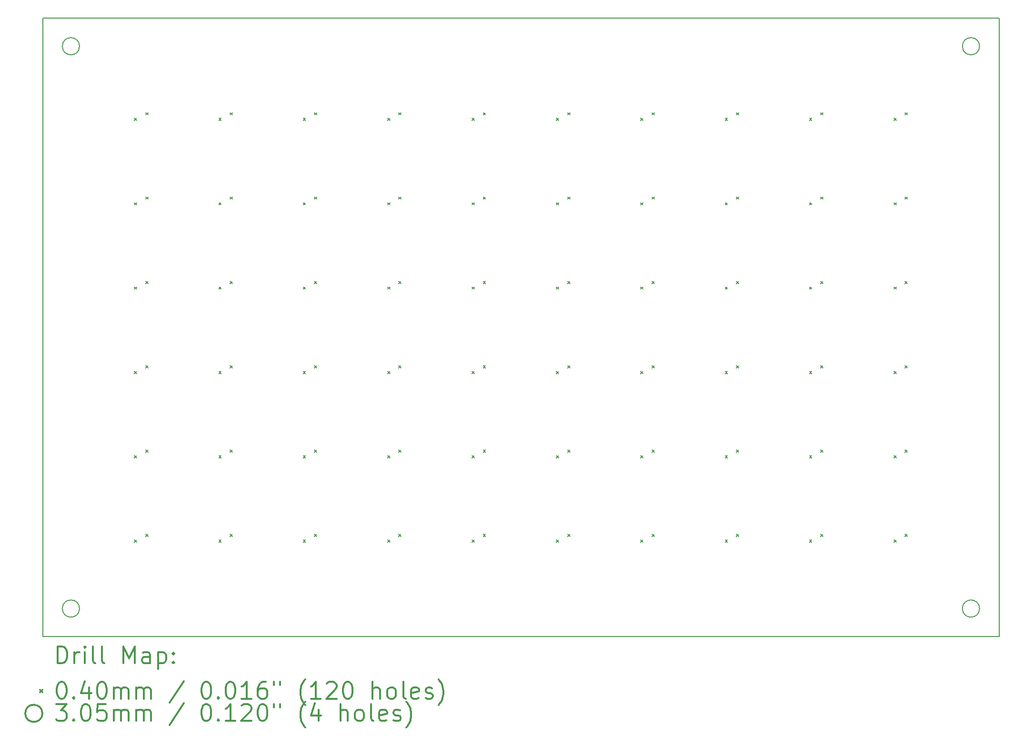
<source format=gbr>
%FSLAX45Y45*%
G04 Gerber Fmt 4.5, Leading zero omitted, Abs format (unit mm)*
G04 Created by KiCad (PCBNEW 4.0.6) date 10/02/17 09:48:55*
%MOMM*%
%LPD*%
G01*
G04 APERTURE LIST*
%ADD10C,0.127000*%
%ADD11C,0.150000*%
%ADD12C,0.200000*%
%ADD13C,0.300000*%
G04 APERTURE END LIST*
D10*
D11*
X1500000Y-12500000D02*
X1500000Y-1500000D01*
X18500000Y-12500000D02*
X1500000Y-12500000D01*
X18500000Y-1500000D02*
X18500000Y-12500000D01*
X1500000Y-1500000D02*
X18500000Y-1500000D01*
D12*
X3130000Y-3280000D02*
X3170000Y-3320000D01*
X3170000Y-3280000D02*
X3130000Y-3320000D01*
X3130000Y-4780000D02*
X3170000Y-4820000D01*
X3170000Y-4780000D02*
X3130000Y-4820000D01*
X3130000Y-6280000D02*
X3170000Y-6320000D01*
X3170000Y-6280000D02*
X3130000Y-6320000D01*
X3130000Y-7780000D02*
X3170000Y-7820000D01*
X3170000Y-7780000D02*
X3130000Y-7820000D01*
X3130000Y-9280000D02*
X3170000Y-9320000D01*
X3170000Y-9280000D02*
X3130000Y-9320000D01*
X3130000Y-10780000D02*
X3170000Y-10820000D01*
X3170000Y-10780000D02*
X3130000Y-10820000D01*
X3330000Y-3180000D02*
X3370000Y-3220000D01*
X3370000Y-3180000D02*
X3330000Y-3220000D01*
X3330000Y-4680000D02*
X3370000Y-4720000D01*
X3370000Y-4680000D02*
X3330000Y-4720000D01*
X3330000Y-6180000D02*
X3370000Y-6220000D01*
X3370000Y-6180000D02*
X3330000Y-6220000D01*
X3330000Y-7680000D02*
X3370000Y-7720000D01*
X3370000Y-7680000D02*
X3330000Y-7720000D01*
X3330000Y-9180000D02*
X3370000Y-9220000D01*
X3370000Y-9180000D02*
X3330000Y-9220000D01*
X3330000Y-10680000D02*
X3370000Y-10720000D01*
X3370000Y-10680000D02*
X3330000Y-10720000D01*
X4630000Y-3280000D02*
X4670000Y-3320000D01*
X4670000Y-3280000D02*
X4630000Y-3320000D01*
X4630000Y-4780000D02*
X4670000Y-4820000D01*
X4670000Y-4780000D02*
X4630000Y-4820000D01*
X4630000Y-6280000D02*
X4670000Y-6320000D01*
X4670000Y-6280000D02*
X4630000Y-6320000D01*
X4630000Y-7780000D02*
X4670000Y-7820000D01*
X4670000Y-7780000D02*
X4630000Y-7820000D01*
X4630000Y-9280000D02*
X4670000Y-9320000D01*
X4670000Y-9280000D02*
X4630000Y-9320000D01*
X4630000Y-10780000D02*
X4670000Y-10820000D01*
X4670000Y-10780000D02*
X4630000Y-10820000D01*
X4830000Y-3180000D02*
X4870000Y-3220000D01*
X4870000Y-3180000D02*
X4830000Y-3220000D01*
X4830000Y-4680000D02*
X4870000Y-4720000D01*
X4870000Y-4680000D02*
X4830000Y-4720000D01*
X4830000Y-6180000D02*
X4870000Y-6220000D01*
X4870000Y-6180000D02*
X4830000Y-6220000D01*
X4830000Y-7680000D02*
X4870000Y-7720000D01*
X4870000Y-7680000D02*
X4830000Y-7720000D01*
X4830000Y-9180000D02*
X4870000Y-9220000D01*
X4870000Y-9180000D02*
X4830000Y-9220000D01*
X4830000Y-10680000D02*
X4870000Y-10720000D01*
X4870000Y-10680000D02*
X4830000Y-10720000D01*
X6130000Y-3280000D02*
X6170000Y-3320000D01*
X6170000Y-3280000D02*
X6130000Y-3320000D01*
X6130000Y-4780000D02*
X6170000Y-4820000D01*
X6170000Y-4780000D02*
X6130000Y-4820000D01*
X6130000Y-6280000D02*
X6170000Y-6320000D01*
X6170000Y-6280000D02*
X6130000Y-6320000D01*
X6130000Y-7780000D02*
X6170000Y-7820000D01*
X6170000Y-7780000D02*
X6130000Y-7820000D01*
X6130000Y-9280000D02*
X6170000Y-9320000D01*
X6170000Y-9280000D02*
X6130000Y-9320000D01*
X6130000Y-10780000D02*
X6170000Y-10820000D01*
X6170000Y-10780000D02*
X6130000Y-10820000D01*
X6330000Y-3180000D02*
X6370000Y-3220000D01*
X6370000Y-3180000D02*
X6330000Y-3220000D01*
X6330000Y-4680000D02*
X6370000Y-4720000D01*
X6370000Y-4680000D02*
X6330000Y-4720000D01*
X6330000Y-6180000D02*
X6370000Y-6220000D01*
X6370000Y-6180000D02*
X6330000Y-6220000D01*
X6330000Y-7680000D02*
X6370000Y-7720000D01*
X6370000Y-7680000D02*
X6330000Y-7720000D01*
X6330000Y-9180000D02*
X6370000Y-9220000D01*
X6370000Y-9180000D02*
X6330000Y-9220000D01*
X6330000Y-10680000D02*
X6370000Y-10720000D01*
X6370000Y-10680000D02*
X6330000Y-10720000D01*
X7630000Y-3280000D02*
X7670000Y-3320000D01*
X7670000Y-3280000D02*
X7630000Y-3320000D01*
X7630000Y-4780000D02*
X7670000Y-4820000D01*
X7670000Y-4780000D02*
X7630000Y-4820000D01*
X7630000Y-6280000D02*
X7670000Y-6320000D01*
X7670000Y-6280000D02*
X7630000Y-6320000D01*
X7630000Y-7780000D02*
X7670000Y-7820000D01*
X7670000Y-7780000D02*
X7630000Y-7820000D01*
X7630000Y-9280000D02*
X7670000Y-9320000D01*
X7670000Y-9280000D02*
X7630000Y-9320000D01*
X7630000Y-10780000D02*
X7670000Y-10820000D01*
X7670000Y-10780000D02*
X7630000Y-10820000D01*
X7830000Y-3180000D02*
X7870000Y-3220000D01*
X7870000Y-3180000D02*
X7830000Y-3220000D01*
X7830000Y-4680000D02*
X7870000Y-4720000D01*
X7870000Y-4680000D02*
X7830000Y-4720000D01*
X7830000Y-6180000D02*
X7870000Y-6220000D01*
X7870000Y-6180000D02*
X7830000Y-6220000D01*
X7830000Y-7680000D02*
X7870000Y-7720000D01*
X7870000Y-7680000D02*
X7830000Y-7720000D01*
X7830000Y-9180000D02*
X7870000Y-9220000D01*
X7870000Y-9180000D02*
X7830000Y-9220000D01*
X7830000Y-10680000D02*
X7870000Y-10720000D01*
X7870000Y-10680000D02*
X7830000Y-10720000D01*
X9130000Y-3280000D02*
X9170000Y-3320000D01*
X9170000Y-3280000D02*
X9130000Y-3320000D01*
X9130000Y-4780000D02*
X9170000Y-4820000D01*
X9170000Y-4780000D02*
X9130000Y-4820000D01*
X9130000Y-6280000D02*
X9170000Y-6320000D01*
X9170000Y-6280000D02*
X9130000Y-6320000D01*
X9130000Y-7780000D02*
X9170000Y-7820000D01*
X9170000Y-7780000D02*
X9130000Y-7820000D01*
X9130000Y-9280000D02*
X9170000Y-9320000D01*
X9170000Y-9280000D02*
X9130000Y-9320000D01*
X9130000Y-10780000D02*
X9170000Y-10820000D01*
X9170000Y-10780000D02*
X9130000Y-10820000D01*
X9330000Y-3180000D02*
X9370000Y-3220000D01*
X9370000Y-3180000D02*
X9330000Y-3220000D01*
X9330000Y-4680000D02*
X9370000Y-4720000D01*
X9370000Y-4680000D02*
X9330000Y-4720000D01*
X9330000Y-6180000D02*
X9370000Y-6220000D01*
X9370000Y-6180000D02*
X9330000Y-6220000D01*
X9330000Y-7680000D02*
X9370000Y-7720000D01*
X9370000Y-7680000D02*
X9330000Y-7720000D01*
X9330000Y-9180000D02*
X9370000Y-9220000D01*
X9370000Y-9180000D02*
X9330000Y-9220000D01*
X9330000Y-10680000D02*
X9370000Y-10720000D01*
X9370000Y-10680000D02*
X9330000Y-10720000D01*
X10630000Y-3280000D02*
X10670000Y-3320000D01*
X10670000Y-3280000D02*
X10630000Y-3320000D01*
X10630000Y-4780000D02*
X10670000Y-4820000D01*
X10670000Y-4780000D02*
X10630000Y-4820000D01*
X10630000Y-6280000D02*
X10670000Y-6320000D01*
X10670000Y-6280000D02*
X10630000Y-6320000D01*
X10630000Y-7780000D02*
X10670000Y-7820000D01*
X10670000Y-7780000D02*
X10630000Y-7820000D01*
X10630000Y-9280000D02*
X10670000Y-9320000D01*
X10670000Y-9280000D02*
X10630000Y-9320000D01*
X10630000Y-10780000D02*
X10670000Y-10820000D01*
X10670000Y-10780000D02*
X10630000Y-10820000D01*
X10830000Y-3180000D02*
X10870000Y-3220000D01*
X10870000Y-3180000D02*
X10830000Y-3220000D01*
X10830000Y-4680000D02*
X10870000Y-4720000D01*
X10870000Y-4680000D02*
X10830000Y-4720000D01*
X10830000Y-6180000D02*
X10870000Y-6220000D01*
X10870000Y-6180000D02*
X10830000Y-6220000D01*
X10830000Y-7680000D02*
X10870000Y-7720000D01*
X10870000Y-7680000D02*
X10830000Y-7720000D01*
X10830000Y-9180000D02*
X10870000Y-9220000D01*
X10870000Y-9180000D02*
X10830000Y-9220000D01*
X10830000Y-10680000D02*
X10870000Y-10720000D01*
X10870000Y-10680000D02*
X10830000Y-10720000D01*
X12130000Y-3280000D02*
X12170000Y-3320000D01*
X12170000Y-3280000D02*
X12130000Y-3320000D01*
X12130000Y-4780000D02*
X12170000Y-4820000D01*
X12170000Y-4780000D02*
X12130000Y-4820000D01*
X12130000Y-6280000D02*
X12170000Y-6320000D01*
X12170000Y-6280000D02*
X12130000Y-6320000D01*
X12130000Y-7780000D02*
X12170000Y-7820000D01*
X12170000Y-7780000D02*
X12130000Y-7820000D01*
X12130000Y-9280000D02*
X12170000Y-9320000D01*
X12170000Y-9280000D02*
X12130000Y-9320000D01*
X12130000Y-10780000D02*
X12170000Y-10820000D01*
X12170000Y-10780000D02*
X12130000Y-10820000D01*
X12330000Y-3180000D02*
X12370000Y-3220000D01*
X12370000Y-3180000D02*
X12330000Y-3220000D01*
X12330000Y-4680000D02*
X12370000Y-4720000D01*
X12370000Y-4680000D02*
X12330000Y-4720000D01*
X12330000Y-6180000D02*
X12370000Y-6220000D01*
X12370000Y-6180000D02*
X12330000Y-6220000D01*
X12330000Y-7680000D02*
X12370000Y-7720000D01*
X12370000Y-7680000D02*
X12330000Y-7720000D01*
X12330000Y-9180000D02*
X12370000Y-9220000D01*
X12370000Y-9180000D02*
X12330000Y-9220000D01*
X12330000Y-10680000D02*
X12370000Y-10720000D01*
X12370000Y-10680000D02*
X12330000Y-10720000D01*
X13630000Y-3280000D02*
X13670000Y-3320000D01*
X13670000Y-3280000D02*
X13630000Y-3320000D01*
X13630000Y-4780000D02*
X13670000Y-4820000D01*
X13670000Y-4780000D02*
X13630000Y-4820000D01*
X13630000Y-6280000D02*
X13670000Y-6320000D01*
X13670000Y-6280000D02*
X13630000Y-6320000D01*
X13630000Y-7780000D02*
X13670000Y-7820000D01*
X13670000Y-7780000D02*
X13630000Y-7820000D01*
X13630000Y-9280000D02*
X13670000Y-9320000D01*
X13670000Y-9280000D02*
X13630000Y-9320000D01*
X13630000Y-10780000D02*
X13670000Y-10820000D01*
X13670000Y-10780000D02*
X13630000Y-10820000D01*
X13830000Y-3180000D02*
X13870000Y-3220000D01*
X13870000Y-3180000D02*
X13830000Y-3220000D01*
X13830000Y-4680000D02*
X13870000Y-4720000D01*
X13870000Y-4680000D02*
X13830000Y-4720000D01*
X13830000Y-6180000D02*
X13870000Y-6220000D01*
X13870000Y-6180000D02*
X13830000Y-6220000D01*
X13830000Y-7680000D02*
X13870000Y-7720000D01*
X13870000Y-7680000D02*
X13830000Y-7720000D01*
X13830000Y-9180000D02*
X13870000Y-9220000D01*
X13870000Y-9180000D02*
X13830000Y-9220000D01*
X13830000Y-10680000D02*
X13870000Y-10720000D01*
X13870000Y-10680000D02*
X13830000Y-10720000D01*
X15130000Y-3280000D02*
X15170000Y-3320000D01*
X15170000Y-3280000D02*
X15130000Y-3320000D01*
X15130000Y-4780000D02*
X15170000Y-4820000D01*
X15170000Y-4780000D02*
X15130000Y-4820000D01*
X15130000Y-6280000D02*
X15170000Y-6320000D01*
X15170000Y-6280000D02*
X15130000Y-6320000D01*
X15130000Y-7780000D02*
X15170000Y-7820000D01*
X15170000Y-7780000D02*
X15130000Y-7820000D01*
X15130000Y-9280000D02*
X15170000Y-9320000D01*
X15170000Y-9280000D02*
X15130000Y-9320000D01*
X15130000Y-10780000D02*
X15170000Y-10820000D01*
X15170000Y-10780000D02*
X15130000Y-10820000D01*
X15330000Y-3180000D02*
X15370000Y-3220000D01*
X15370000Y-3180000D02*
X15330000Y-3220000D01*
X15330000Y-4680000D02*
X15370000Y-4720000D01*
X15370000Y-4680000D02*
X15330000Y-4720000D01*
X15330000Y-6180000D02*
X15370000Y-6220000D01*
X15370000Y-6180000D02*
X15330000Y-6220000D01*
X15330000Y-7680000D02*
X15370000Y-7720000D01*
X15370000Y-7680000D02*
X15330000Y-7720000D01*
X15330000Y-9180000D02*
X15370000Y-9220000D01*
X15370000Y-9180000D02*
X15330000Y-9220000D01*
X15330000Y-10680000D02*
X15370000Y-10720000D01*
X15370000Y-10680000D02*
X15330000Y-10720000D01*
X16630000Y-3280000D02*
X16670000Y-3320000D01*
X16670000Y-3280000D02*
X16630000Y-3320000D01*
X16630000Y-4780000D02*
X16670000Y-4820000D01*
X16670000Y-4780000D02*
X16630000Y-4820000D01*
X16630000Y-6280000D02*
X16670000Y-6320000D01*
X16670000Y-6280000D02*
X16630000Y-6320000D01*
X16630000Y-7780000D02*
X16670000Y-7820000D01*
X16670000Y-7780000D02*
X16630000Y-7820000D01*
X16630000Y-9280000D02*
X16670000Y-9320000D01*
X16670000Y-9280000D02*
X16630000Y-9320000D01*
X16630000Y-10780000D02*
X16670000Y-10820000D01*
X16670000Y-10780000D02*
X16630000Y-10820000D01*
X16830000Y-3180000D02*
X16870000Y-3220000D01*
X16870000Y-3180000D02*
X16830000Y-3220000D01*
X16830000Y-4680000D02*
X16870000Y-4720000D01*
X16870000Y-4680000D02*
X16830000Y-4720000D01*
X16830000Y-6180000D02*
X16870000Y-6220000D01*
X16870000Y-6180000D02*
X16830000Y-6220000D01*
X16830000Y-7680000D02*
X16870000Y-7720000D01*
X16870000Y-7680000D02*
X16830000Y-7720000D01*
X16830000Y-9180000D02*
X16870000Y-9220000D01*
X16870000Y-9180000D02*
X16830000Y-9220000D01*
X16830000Y-10680000D02*
X16870000Y-10720000D01*
X16870000Y-10680000D02*
X16830000Y-10720000D01*
X2152400Y-2000000D02*
G75*
G03X2152400Y-2000000I-152400J0D01*
G01*
X2152400Y-12000000D02*
G75*
G03X2152400Y-12000000I-152400J0D01*
G01*
X18152400Y-2000000D02*
G75*
G03X18152400Y-2000000I-152400J0D01*
G01*
X18152400Y-12000000D02*
G75*
G03X18152400Y-12000000I-152400J0D01*
G01*
D13*
X1763928Y-12973214D02*
X1763928Y-12673214D01*
X1835357Y-12673214D01*
X1878214Y-12687500D01*
X1906786Y-12716071D01*
X1921071Y-12744643D01*
X1935357Y-12801786D01*
X1935357Y-12844643D01*
X1921071Y-12901786D01*
X1906786Y-12930357D01*
X1878214Y-12958929D01*
X1835357Y-12973214D01*
X1763928Y-12973214D01*
X2063928Y-12973214D02*
X2063928Y-12773214D01*
X2063928Y-12830357D02*
X2078214Y-12801786D01*
X2092500Y-12787500D01*
X2121071Y-12773214D01*
X2149643Y-12773214D01*
X2249643Y-12973214D02*
X2249643Y-12773214D01*
X2249643Y-12673214D02*
X2235357Y-12687500D01*
X2249643Y-12701786D01*
X2263929Y-12687500D01*
X2249643Y-12673214D01*
X2249643Y-12701786D01*
X2435357Y-12973214D02*
X2406786Y-12958929D01*
X2392500Y-12930357D01*
X2392500Y-12673214D01*
X2592500Y-12973214D02*
X2563929Y-12958929D01*
X2549643Y-12930357D01*
X2549643Y-12673214D01*
X2935357Y-12973214D02*
X2935357Y-12673214D01*
X3035357Y-12887500D01*
X3135357Y-12673214D01*
X3135357Y-12973214D01*
X3406786Y-12973214D02*
X3406786Y-12816071D01*
X3392500Y-12787500D01*
X3363928Y-12773214D01*
X3306786Y-12773214D01*
X3278214Y-12787500D01*
X3406786Y-12958929D02*
X3378214Y-12973214D01*
X3306786Y-12973214D01*
X3278214Y-12958929D01*
X3263928Y-12930357D01*
X3263928Y-12901786D01*
X3278214Y-12873214D01*
X3306786Y-12858929D01*
X3378214Y-12858929D01*
X3406786Y-12844643D01*
X3549643Y-12773214D02*
X3549643Y-13073214D01*
X3549643Y-12787500D02*
X3578214Y-12773214D01*
X3635357Y-12773214D01*
X3663928Y-12787500D01*
X3678214Y-12801786D01*
X3692500Y-12830357D01*
X3692500Y-12916071D01*
X3678214Y-12944643D01*
X3663928Y-12958929D01*
X3635357Y-12973214D01*
X3578214Y-12973214D01*
X3549643Y-12958929D01*
X3821071Y-12944643D02*
X3835357Y-12958929D01*
X3821071Y-12973214D01*
X3806786Y-12958929D01*
X3821071Y-12944643D01*
X3821071Y-12973214D01*
X3821071Y-12787500D02*
X3835357Y-12801786D01*
X3821071Y-12816071D01*
X3806786Y-12801786D01*
X3821071Y-12787500D01*
X3821071Y-12816071D01*
X1452500Y-13447500D02*
X1492500Y-13487500D01*
X1492500Y-13447500D02*
X1452500Y-13487500D01*
X1821071Y-13303214D02*
X1849643Y-13303214D01*
X1878214Y-13317500D01*
X1892500Y-13331786D01*
X1906786Y-13360357D01*
X1921071Y-13417500D01*
X1921071Y-13488929D01*
X1906786Y-13546071D01*
X1892500Y-13574643D01*
X1878214Y-13588929D01*
X1849643Y-13603214D01*
X1821071Y-13603214D01*
X1792500Y-13588929D01*
X1778214Y-13574643D01*
X1763928Y-13546071D01*
X1749643Y-13488929D01*
X1749643Y-13417500D01*
X1763928Y-13360357D01*
X1778214Y-13331786D01*
X1792500Y-13317500D01*
X1821071Y-13303214D01*
X2049643Y-13574643D02*
X2063928Y-13588929D01*
X2049643Y-13603214D01*
X2035357Y-13588929D01*
X2049643Y-13574643D01*
X2049643Y-13603214D01*
X2321071Y-13403214D02*
X2321071Y-13603214D01*
X2249643Y-13288929D02*
X2178214Y-13503214D01*
X2363928Y-13503214D01*
X2535357Y-13303214D02*
X2563929Y-13303214D01*
X2592500Y-13317500D01*
X2606786Y-13331786D01*
X2621071Y-13360357D01*
X2635357Y-13417500D01*
X2635357Y-13488929D01*
X2621071Y-13546071D01*
X2606786Y-13574643D01*
X2592500Y-13588929D01*
X2563929Y-13603214D01*
X2535357Y-13603214D01*
X2506786Y-13588929D01*
X2492500Y-13574643D01*
X2478214Y-13546071D01*
X2463929Y-13488929D01*
X2463929Y-13417500D01*
X2478214Y-13360357D01*
X2492500Y-13331786D01*
X2506786Y-13317500D01*
X2535357Y-13303214D01*
X2763929Y-13603214D02*
X2763929Y-13403214D01*
X2763929Y-13431786D02*
X2778214Y-13417500D01*
X2806786Y-13403214D01*
X2849643Y-13403214D01*
X2878214Y-13417500D01*
X2892500Y-13446071D01*
X2892500Y-13603214D01*
X2892500Y-13446071D02*
X2906786Y-13417500D01*
X2935357Y-13403214D01*
X2978214Y-13403214D01*
X3006786Y-13417500D01*
X3021071Y-13446071D01*
X3021071Y-13603214D01*
X3163928Y-13603214D02*
X3163928Y-13403214D01*
X3163928Y-13431786D02*
X3178214Y-13417500D01*
X3206786Y-13403214D01*
X3249643Y-13403214D01*
X3278214Y-13417500D01*
X3292500Y-13446071D01*
X3292500Y-13603214D01*
X3292500Y-13446071D02*
X3306786Y-13417500D01*
X3335357Y-13403214D01*
X3378214Y-13403214D01*
X3406786Y-13417500D01*
X3421071Y-13446071D01*
X3421071Y-13603214D01*
X4006786Y-13288929D02*
X3749643Y-13674643D01*
X4392500Y-13303214D02*
X4421071Y-13303214D01*
X4449643Y-13317500D01*
X4463928Y-13331786D01*
X4478214Y-13360357D01*
X4492500Y-13417500D01*
X4492500Y-13488929D01*
X4478214Y-13546071D01*
X4463928Y-13574643D01*
X4449643Y-13588929D01*
X4421071Y-13603214D01*
X4392500Y-13603214D01*
X4363928Y-13588929D01*
X4349643Y-13574643D01*
X4335357Y-13546071D01*
X4321071Y-13488929D01*
X4321071Y-13417500D01*
X4335357Y-13360357D01*
X4349643Y-13331786D01*
X4363928Y-13317500D01*
X4392500Y-13303214D01*
X4621071Y-13574643D02*
X4635357Y-13588929D01*
X4621071Y-13603214D01*
X4606786Y-13588929D01*
X4621071Y-13574643D01*
X4621071Y-13603214D01*
X4821071Y-13303214D02*
X4849643Y-13303214D01*
X4878214Y-13317500D01*
X4892500Y-13331786D01*
X4906786Y-13360357D01*
X4921071Y-13417500D01*
X4921071Y-13488929D01*
X4906786Y-13546071D01*
X4892500Y-13574643D01*
X4878214Y-13588929D01*
X4849643Y-13603214D01*
X4821071Y-13603214D01*
X4792500Y-13588929D01*
X4778214Y-13574643D01*
X4763928Y-13546071D01*
X4749643Y-13488929D01*
X4749643Y-13417500D01*
X4763928Y-13360357D01*
X4778214Y-13331786D01*
X4792500Y-13317500D01*
X4821071Y-13303214D01*
X5206786Y-13603214D02*
X5035357Y-13603214D01*
X5121071Y-13603214D02*
X5121071Y-13303214D01*
X5092500Y-13346071D01*
X5063928Y-13374643D01*
X5035357Y-13388929D01*
X5463928Y-13303214D02*
X5406786Y-13303214D01*
X5378214Y-13317500D01*
X5363928Y-13331786D01*
X5335357Y-13374643D01*
X5321071Y-13431786D01*
X5321071Y-13546071D01*
X5335357Y-13574643D01*
X5349643Y-13588929D01*
X5378214Y-13603214D01*
X5435357Y-13603214D01*
X5463928Y-13588929D01*
X5478214Y-13574643D01*
X5492500Y-13546071D01*
X5492500Y-13474643D01*
X5478214Y-13446071D01*
X5463928Y-13431786D01*
X5435357Y-13417500D01*
X5378214Y-13417500D01*
X5349643Y-13431786D01*
X5335357Y-13446071D01*
X5321071Y-13474643D01*
X5606786Y-13303214D02*
X5606786Y-13360357D01*
X5721071Y-13303214D02*
X5721071Y-13360357D01*
X6163928Y-13717500D02*
X6149643Y-13703214D01*
X6121071Y-13660357D01*
X6106785Y-13631786D01*
X6092500Y-13588929D01*
X6078214Y-13517500D01*
X6078214Y-13460357D01*
X6092500Y-13388929D01*
X6106785Y-13346071D01*
X6121071Y-13317500D01*
X6149643Y-13274643D01*
X6163928Y-13260357D01*
X6435357Y-13603214D02*
X6263928Y-13603214D01*
X6349643Y-13603214D02*
X6349643Y-13303214D01*
X6321071Y-13346071D01*
X6292500Y-13374643D01*
X6263928Y-13388929D01*
X6549643Y-13331786D02*
X6563928Y-13317500D01*
X6592500Y-13303214D01*
X6663928Y-13303214D01*
X6692500Y-13317500D01*
X6706785Y-13331786D01*
X6721071Y-13360357D01*
X6721071Y-13388929D01*
X6706785Y-13431786D01*
X6535357Y-13603214D01*
X6721071Y-13603214D01*
X6906785Y-13303214D02*
X6935357Y-13303214D01*
X6963928Y-13317500D01*
X6978214Y-13331786D01*
X6992500Y-13360357D01*
X7006785Y-13417500D01*
X7006785Y-13488929D01*
X6992500Y-13546071D01*
X6978214Y-13574643D01*
X6963928Y-13588929D01*
X6935357Y-13603214D01*
X6906785Y-13603214D01*
X6878214Y-13588929D01*
X6863928Y-13574643D01*
X6849643Y-13546071D01*
X6835357Y-13488929D01*
X6835357Y-13417500D01*
X6849643Y-13360357D01*
X6863928Y-13331786D01*
X6878214Y-13317500D01*
X6906785Y-13303214D01*
X7363928Y-13603214D02*
X7363928Y-13303214D01*
X7492500Y-13603214D02*
X7492500Y-13446071D01*
X7478214Y-13417500D01*
X7449643Y-13403214D01*
X7406785Y-13403214D01*
X7378214Y-13417500D01*
X7363928Y-13431786D01*
X7678214Y-13603214D02*
X7649643Y-13588929D01*
X7635357Y-13574643D01*
X7621071Y-13546071D01*
X7621071Y-13460357D01*
X7635357Y-13431786D01*
X7649643Y-13417500D01*
X7678214Y-13403214D01*
X7721071Y-13403214D01*
X7749643Y-13417500D01*
X7763928Y-13431786D01*
X7778214Y-13460357D01*
X7778214Y-13546071D01*
X7763928Y-13574643D01*
X7749643Y-13588929D01*
X7721071Y-13603214D01*
X7678214Y-13603214D01*
X7949643Y-13603214D02*
X7921071Y-13588929D01*
X7906786Y-13560357D01*
X7906786Y-13303214D01*
X8178214Y-13588929D02*
X8149643Y-13603214D01*
X8092500Y-13603214D01*
X8063928Y-13588929D01*
X8049643Y-13560357D01*
X8049643Y-13446071D01*
X8063928Y-13417500D01*
X8092500Y-13403214D01*
X8149643Y-13403214D01*
X8178214Y-13417500D01*
X8192500Y-13446071D01*
X8192500Y-13474643D01*
X8049643Y-13503214D01*
X8306786Y-13588929D02*
X8335357Y-13603214D01*
X8392500Y-13603214D01*
X8421071Y-13588929D01*
X8435357Y-13560357D01*
X8435357Y-13546071D01*
X8421071Y-13517500D01*
X8392500Y-13503214D01*
X8349643Y-13503214D01*
X8321071Y-13488929D01*
X8306786Y-13460357D01*
X8306786Y-13446071D01*
X8321071Y-13417500D01*
X8349643Y-13403214D01*
X8392500Y-13403214D01*
X8421071Y-13417500D01*
X8535357Y-13717500D02*
X8549643Y-13703214D01*
X8578214Y-13660357D01*
X8592500Y-13631786D01*
X8606786Y-13588929D01*
X8621071Y-13517500D01*
X8621071Y-13460357D01*
X8606786Y-13388929D01*
X8592500Y-13346071D01*
X8578214Y-13317500D01*
X8549643Y-13274643D01*
X8535357Y-13260357D01*
X1492500Y-13863500D02*
G75*
G03X1492500Y-13863500I-152400J0D01*
G01*
X1735357Y-13699214D02*
X1921071Y-13699214D01*
X1821071Y-13813500D01*
X1863928Y-13813500D01*
X1892500Y-13827786D01*
X1906786Y-13842071D01*
X1921071Y-13870643D01*
X1921071Y-13942071D01*
X1906786Y-13970643D01*
X1892500Y-13984929D01*
X1863928Y-13999214D01*
X1778214Y-13999214D01*
X1749643Y-13984929D01*
X1735357Y-13970643D01*
X2049643Y-13970643D02*
X2063928Y-13984929D01*
X2049643Y-13999214D01*
X2035357Y-13984929D01*
X2049643Y-13970643D01*
X2049643Y-13999214D01*
X2249643Y-13699214D02*
X2278214Y-13699214D01*
X2306786Y-13713500D01*
X2321071Y-13727786D01*
X2335357Y-13756357D01*
X2349643Y-13813500D01*
X2349643Y-13884929D01*
X2335357Y-13942071D01*
X2321071Y-13970643D01*
X2306786Y-13984929D01*
X2278214Y-13999214D01*
X2249643Y-13999214D01*
X2221071Y-13984929D01*
X2206786Y-13970643D01*
X2192500Y-13942071D01*
X2178214Y-13884929D01*
X2178214Y-13813500D01*
X2192500Y-13756357D01*
X2206786Y-13727786D01*
X2221071Y-13713500D01*
X2249643Y-13699214D01*
X2621071Y-13699214D02*
X2478214Y-13699214D01*
X2463929Y-13842071D01*
X2478214Y-13827786D01*
X2506786Y-13813500D01*
X2578214Y-13813500D01*
X2606786Y-13827786D01*
X2621071Y-13842071D01*
X2635357Y-13870643D01*
X2635357Y-13942071D01*
X2621071Y-13970643D01*
X2606786Y-13984929D01*
X2578214Y-13999214D01*
X2506786Y-13999214D01*
X2478214Y-13984929D01*
X2463929Y-13970643D01*
X2763929Y-13999214D02*
X2763929Y-13799214D01*
X2763929Y-13827786D02*
X2778214Y-13813500D01*
X2806786Y-13799214D01*
X2849643Y-13799214D01*
X2878214Y-13813500D01*
X2892500Y-13842071D01*
X2892500Y-13999214D01*
X2892500Y-13842071D02*
X2906786Y-13813500D01*
X2935357Y-13799214D01*
X2978214Y-13799214D01*
X3006786Y-13813500D01*
X3021071Y-13842071D01*
X3021071Y-13999214D01*
X3163928Y-13999214D02*
X3163928Y-13799214D01*
X3163928Y-13827786D02*
X3178214Y-13813500D01*
X3206786Y-13799214D01*
X3249643Y-13799214D01*
X3278214Y-13813500D01*
X3292500Y-13842071D01*
X3292500Y-13999214D01*
X3292500Y-13842071D02*
X3306786Y-13813500D01*
X3335357Y-13799214D01*
X3378214Y-13799214D01*
X3406786Y-13813500D01*
X3421071Y-13842071D01*
X3421071Y-13999214D01*
X4006786Y-13684929D02*
X3749643Y-14070643D01*
X4392500Y-13699214D02*
X4421071Y-13699214D01*
X4449643Y-13713500D01*
X4463928Y-13727786D01*
X4478214Y-13756357D01*
X4492500Y-13813500D01*
X4492500Y-13884929D01*
X4478214Y-13942071D01*
X4463928Y-13970643D01*
X4449643Y-13984929D01*
X4421071Y-13999214D01*
X4392500Y-13999214D01*
X4363928Y-13984929D01*
X4349643Y-13970643D01*
X4335357Y-13942071D01*
X4321071Y-13884929D01*
X4321071Y-13813500D01*
X4335357Y-13756357D01*
X4349643Y-13727786D01*
X4363928Y-13713500D01*
X4392500Y-13699214D01*
X4621071Y-13970643D02*
X4635357Y-13984929D01*
X4621071Y-13999214D01*
X4606786Y-13984929D01*
X4621071Y-13970643D01*
X4621071Y-13999214D01*
X4921071Y-13999214D02*
X4749643Y-13999214D01*
X4835357Y-13999214D02*
X4835357Y-13699214D01*
X4806786Y-13742071D01*
X4778214Y-13770643D01*
X4749643Y-13784929D01*
X5035357Y-13727786D02*
X5049643Y-13713500D01*
X5078214Y-13699214D01*
X5149643Y-13699214D01*
X5178214Y-13713500D01*
X5192500Y-13727786D01*
X5206786Y-13756357D01*
X5206786Y-13784929D01*
X5192500Y-13827786D01*
X5021071Y-13999214D01*
X5206786Y-13999214D01*
X5392500Y-13699214D02*
X5421071Y-13699214D01*
X5449643Y-13713500D01*
X5463928Y-13727786D01*
X5478214Y-13756357D01*
X5492500Y-13813500D01*
X5492500Y-13884929D01*
X5478214Y-13942071D01*
X5463928Y-13970643D01*
X5449643Y-13984929D01*
X5421071Y-13999214D01*
X5392500Y-13999214D01*
X5363928Y-13984929D01*
X5349643Y-13970643D01*
X5335357Y-13942071D01*
X5321071Y-13884929D01*
X5321071Y-13813500D01*
X5335357Y-13756357D01*
X5349643Y-13727786D01*
X5363928Y-13713500D01*
X5392500Y-13699214D01*
X5606786Y-13699214D02*
X5606786Y-13756357D01*
X5721071Y-13699214D02*
X5721071Y-13756357D01*
X6163928Y-14113500D02*
X6149643Y-14099214D01*
X6121071Y-14056357D01*
X6106785Y-14027786D01*
X6092500Y-13984929D01*
X6078214Y-13913500D01*
X6078214Y-13856357D01*
X6092500Y-13784929D01*
X6106785Y-13742071D01*
X6121071Y-13713500D01*
X6149643Y-13670643D01*
X6163928Y-13656357D01*
X6406785Y-13799214D02*
X6406785Y-13999214D01*
X6335357Y-13684929D02*
X6263928Y-13899214D01*
X6449643Y-13899214D01*
X6792500Y-13999214D02*
X6792500Y-13699214D01*
X6921071Y-13999214D02*
X6921071Y-13842071D01*
X6906785Y-13813500D01*
X6878214Y-13799214D01*
X6835357Y-13799214D01*
X6806785Y-13813500D01*
X6792500Y-13827786D01*
X7106785Y-13999214D02*
X7078214Y-13984929D01*
X7063928Y-13970643D01*
X7049643Y-13942071D01*
X7049643Y-13856357D01*
X7063928Y-13827786D01*
X7078214Y-13813500D01*
X7106785Y-13799214D01*
X7149643Y-13799214D01*
X7178214Y-13813500D01*
X7192500Y-13827786D01*
X7206785Y-13856357D01*
X7206785Y-13942071D01*
X7192500Y-13970643D01*
X7178214Y-13984929D01*
X7149643Y-13999214D01*
X7106785Y-13999214D01*
X7378214Y-13999214D02*
X7349643Y-13984929D01*
X7335357Y-13956357D01*
X7335357Y-13699214D01*
X7606786Y-13984929D02*
X7578214Y-13999214D01*
X7521071Y-13999214D01*
X7492500Y-13984929D01*
X7478214Y-13956357D01*
X7478214Y-13842071D01*
X7492500Y-13813500D01*
X7521071Y-13799214D01*
X7578214Y-13799214D01*
X7606786Y-13813500D01*
X7621071Y-13842071D01*
X7621071Y-13870643D01*
X7478214Y-13899214D01*
X7735357Y-13984929D02*
X7763928Y-13999214D01*
X7821071Y-13999214D01*
X7849643Y-13984929D01*
X7863928Y-13956357D01*
X7863928Y-13942071D01*
X7849643Y-13913500D01*
X7821071Y-13899214D01*
X7778214Y-13899214D01*
X7749643Y-13884929D01*
X7735357Y-13856357D01*
X7735357Y-13842071D01*
X7749643Y-13813500D01*
X7778214Y-13799214D01*
X7821071Y-13799214D01*
X7849643Y-13813500D01*
X7963928Y-14113500D02*
X7978214Y-14099214D01*
X8006786Y-14056357D01*
X8021071Y-14027786D01*
X8035357Y-13984929D01*
X8049643Y-13913500D01*
X8049643Y-13856357D01*
X8035357Y-13784929D01*
X8021071Y-13742071D01*
X8006786Y-13713500D01*
X7978214Y-13670643D01*
X7963928Y-13656357D01*
M02*

</source>
